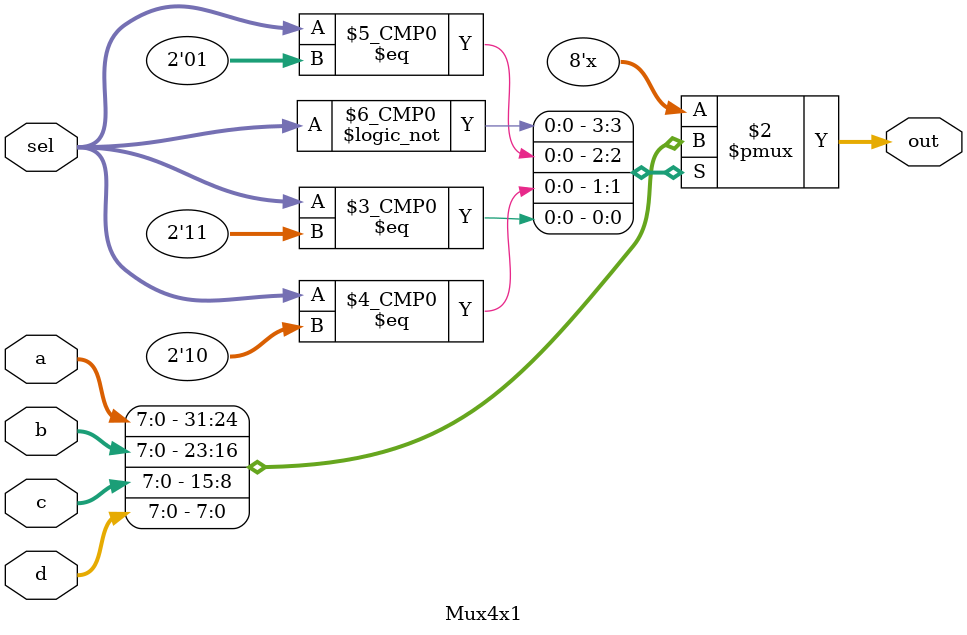
<source format=v>
`timescale 1ns / 1ps
module Mux4x1( input [7:0] a,                 // 8-bit input called a
                       input [7:0] b,                 // 8-bit input called b
                       input [7:0] c,                 // 8-bit input called c
                       input [7:0] d,                 // 8-bit input called d
                       input [1:0] sel,               // input sel used to select between a,b,c,d
                       output reg [7:0] out);         // 8-bit output based on input sel
 
   // This always block gets executed whenever a/b/c/d/sel changes value
   // When that happens, based on value in sel, output is assigned to either a/b/c/d
   always @ (a or b or c or d or sel) 
	begin
      case (sel)
         2'b00 : out = a;
         2'b01 : out = b;
         2'b10 : out = c;
         2'b11 : out = d;
      endcase
   end
endmodule
 


</source>
